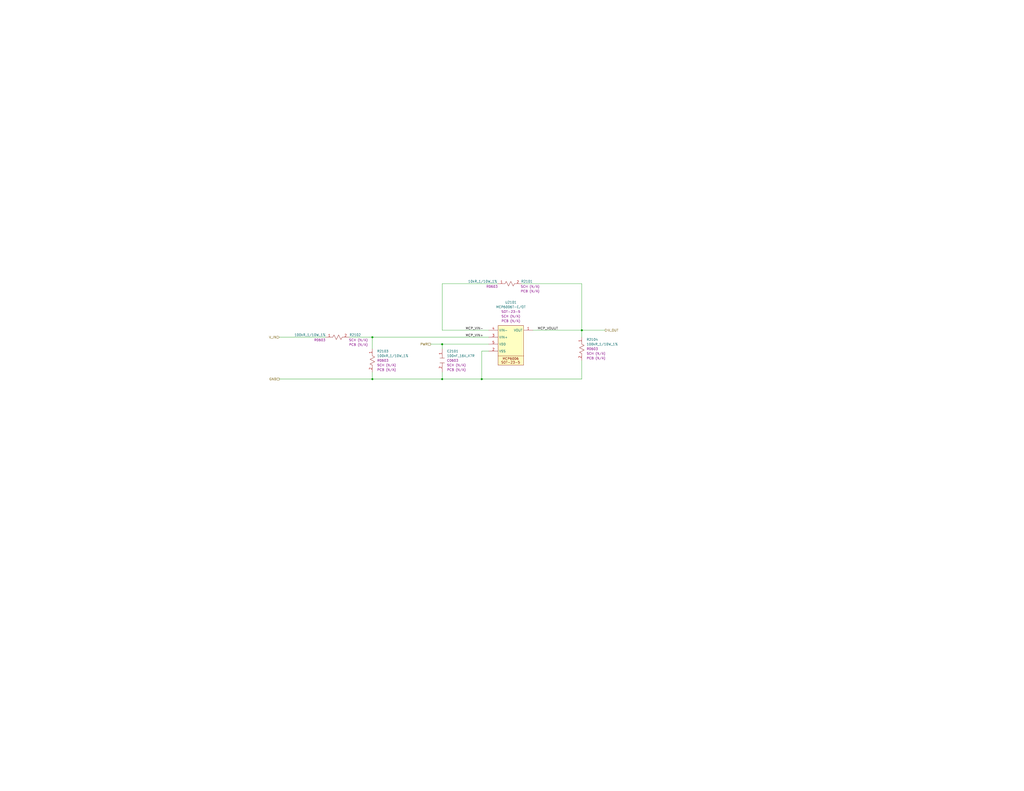
<source format=kicad_sch>
(kicad_sch (version 20231120) (generator "eeschema") (generator_version "8.0")
  (paper "C")
  (title_block (comment 2 "DRAFT"))
  (lib_symbols
    (symbol "_SCHLIB_Qcopter:CAP_CER_100nF_16V_X7R_C0603"
      (property "Reference" "C" (at 3.302 4.318 0))
      (property "Value" "100nF_16V_X7R" (at 3.302 6.858 0))
      (property "Package" "C0603" (at 3.556 36.576 0))
      (property "SCH CHECK" "SCH (N/A)" (at 3.556 31.242 0))
      (property "PCB CHECK" "PCB (N/A)" (at 3.556 33.782 0))
      (symbol "CAP_CER_100nF_16V_X7R_C0603_0_0"
        (polyline (pts (xy 5.08 1.27) (xy 5.08 -1.27)))
        (polyline (pts (xy 7.62 1.27) (xy 7.62 -1.27)))
      )
      (symbol "CAP_CER_100nF_16V_X7R_C0603_1_1"
        (pin passive line (at 0 0 0) (length 5.08) (name "") (number "1"))
        (pin passive line (at 12.7 0 180) (length 5.08) (name "") (number "2"))
      )
    )
    (symbol "_SCHLIB_Qcopter:IC_OPAMP_MCP6006T-E/OT_GP_1C_SOT-23-5"
      (property "Reference" "U" (at 3.556 4.064 0))
      (property "Value" "MCP6006T-E/OT" (at 3.81 6.604 0))
      (property "Package" "SOT-23-5" (at 3.81 35.306 0))
      (property "SCH CHECK" "SCH (N/A)" (at 3.81 29.972 0))
      (property "PCB CHECK" "PCB (N/A)" (at 3.81 32.512 0))
      (symbol "IC_OPAMP_MCP6006T-E/OT_GP_1C_SOT-23-5_1_1"
        (polyline (pts (xy 0 -16.51) (xy 13.97 -16.51)))
        (rectangle (start 0 0) (end 13.97 -21.59) (fill (type background)))
        (text "MCP6006" (at 6.858 -18.034 0) (effects (font (size 1.27 1.27))))
        (text "SOT-23-5" (at 6.858 -20.066 0) (effects (font (size 1.27 1.27))))
        (pin passive line (at 19.05 -2.54 180) (length 5.08) (name "VOUT") (number "1"))
        (pin passive line (at -5.08 -13.97 0) (length 5.08) (name "VSS") (number "2"))
        (pin passive line (at -5.08 -6.35 0) (length 5.08) (name "VIN+") (number "3"))
        (pin passive line (at -5.08 -2.54 0) (length 5.08) (name "VIN-") (number "4"))
        (pin passive line (at -5.08 -10.16 0) (length 5.08) (name "VDD") (number "5"))
      )
    )
    (symbol "_SCHLIB_Qcopter:RES_100kR_1/10W_1%_R0603"
      (property "Reference" "R" (at 3.556 4.064 0))
      (property "Value" "100kR_1/10W_1%" (at 3.81 6.604 0))
      (property "Package" "R0603" (at 3.81 35.306 0))
      (property "SCH CHECK" "SCH (N/A)" (at 3.81 29.972 0))
      (property "PCB CHECK" "PCB (N/A)" (at 3.81 32.512 0))
      (symbol "RES_100kR_1/10W_1%_R0603_0_0"
        (polyline (pts (xy 3.81 0) (xy 4.445 1.27) (xy 5.715 -1.27) (xy 6.985 1.27) (xy 8.255 -1.27) (xy 8.89 0)))
      )
      (symbol "RES_100kR_1/10W_1%_R0603_1_1"
        (pin passive line (at 0 0 0) (length 3.81) (name "") (number "1"))
        (pin passive line (at 12.7 0 180) (length 3.81) (name "") (number "2"))
      )
    )
    (symbol "_SCHLIB_Qcopter:RES_10kR_1/10W_1%_R0603"
      (property "Reference" "R" (at 3.302 4.572 0))
      (property "Value" "10kR_1/10W_1%" (at 3.302 6.858 0))
      (property "Package" "R0603" (at 3.302 31.242 0))
      (property "SCH CHECK" "SCH (N/A)" (at 3.302 26.67 0))
      (property "PCB CHECK" "PCB (N/A)" (at 3.302 28.956 0))
      (symbol "RES_10kR_1/10W_1%_R0603_0_0"
        (polyline (pts (xy 3.81 0) (xy 4.445 1.27) (xy 5.715 -1.27) (xy 6.985 1.27) (xy 8.255 -1.27) (xy 8.89 0)))
      )
      (symbol "RES_10kR_1/10W_1%_R0603_1_1"
        (pin passive line (at 0 0 0) (length 3.81) (name "") (number "1"))
        (pin passive line (at 12.7 0 180) (length 3.81) (name "") (number "2"))
      )
    )
  )
  (junction (at 203.2 184.15))
  (junction (at 262.89 207.01))
  (junction (at 203.2 207.01))
  (junction (at 241.3 207.01))
  (junction (at 317.5 180.34))
  (junction (at 241.3 187.96))
  (wire (pts (xy 284.48 154.94) (xy 317.5 154.94)))
  (wire (pts (xy 317.5 196.85) (xy 317.5 207.01)))
  (wire (pts (xy 241.3 187.96) (xy 266.7 187.96)))
  (wire (pts (xy 262.89 191.77) (xy 266.7 191.77)))
  (wire (pts (xy 317.5 180.34) (xy 317.5 184.15)))
  (wire (pts (xy 203.2 207.01) (xy 241.3 207.01)))
  (wire (pts (xy 203.2 184.15) (xy 266.7 184.15)))
  (wire (pts (xy 241.3 203.2) (xy 241.3 207.01)))
  (wire (pts (xy 152.4 207.01) (xy 203.2 207.01)))
  (wire (pts (xy 203.2 203.2) (xy 203.2 207.01)))
  (wire (pts (xy 241.3 207.01) (xy 262.89 207.01)))
  (wire (pts (xy 241.3 154.94) (xy 271.78 154.94)))
  (wire (pts (xy 317.5 180.34) (xy 330.2 180.34)))
  (wire (pts (xy 241.3 187.96) (xy 241.3 190.5)))
  (wire (pts (xy 262.89 207.01) (xy 262.89 191.77)))
  (wire (pts (xy 266.7 180.34) (xy 241.3 180.34)))
  (wire (pts (xy 234.95 187.96) (xy 241.3 187.96)))
  (wire (pts (xy 203.2 184.15) (xy 203.2 190.5)))
  (wire (pts (xy 317.5 154.94) (xy 317.5 180.34)))
  (wire (pts (xy 241.3 180.34) (xy 241.3 154.94)))
  (wire (pts (xy 190.5 184.15) (xy 203.2 184.15)))
  (wire (pts (xy 317.5 207.01) (xy 262.89 207.01)))
  (wire (pts (xy 152.4 184.15) (xy 177.8 184.15)))
  (wire (pts (xy 317.5 180.34) (xy 290.83 180.34)))
  (label "MCP_VIN-" (at 254 180.34 0))
  (label "MCP_VIN+" (at 254 184.15 0))
  (label "MCP_VOUUT" (at 293.37 180.34 0))
  (hierarchical_label "GND" (shape passive) (at 152.4 207.01 180))
  (hierarchical_label "V_IN" (shape input) (at 152.4 184.15 180))
  (hierarchical_label "V_OUT" (shape output) (at 330.2 180.34 0))
  (hierarchical_label "PWR" (shape passive) (at 234.95 187.96 180))
  (symbol (lib_id "_SCHLIB_Qcopter:RES_10kR_1/10W_1%_R0603") (at 271.78 154.94 0) (unit 1)
    (property "Reference" "R2101" (at 287.528 153.67 0))
    (property "Value" "10kR_1/10W_1%" (at 263.398 153.67 0))
    (property "Footprint" "Resistor_SMD:R_0603_1608Metric" (effects (hide yes)))
    (property "Datasheet" "https://www.seielect.com/catalog/sei-rmcf_rmcp.pdf" (effects (hide yes)))
    (property "Description" "10 kOhms ±1% 0.1W, 1/10W Chip Resistor 0603 (1608 Metric) Automotive AEC-Q200 Thick Film" (effects (hide yes)))
    (property "Package" "R0603" (at 268.478 156.464 0))
    (property "Part Number (Manufacturer)" "RMCF0603FT10K0" (effects (hide yes)))
    (property "Manufacturer" "Stackpole Electronics Inc" (effects (hide yes)))
    (property "Part Number (Vendor)" "RMCF0603FT10K0TR-ND" (effects (hide yes)))
    (property "Vendor" "Digikey" (effects (hide yes)))
    (property "Purchase Link" "https://www.digikey.ca/en/products/detail/stackpole-electronics-inc/RMCF0603FT10K0/1761235" (effects (hide yes)))
    (property "SCH CHECK" "SCH (N/A)" (at 289.306 156.464 0))
    (property "PCB CHECK" "PCB (N/A)" (at 289.306 159.004 0))
  )
  (symbol (lib_id "_SCHLIB_Qcopter:RES_100kR_1/10W_1%_R0603") (at 317.5 184.15 270) (unit 1)
    (property "Reference" "R2104" (at 320.04 185.4199 90) (effects (justify left)))
    (property "Value" "100kR_1/10W_1%" (at 320.04 187.9599 90) (effects (justify left)))
    (property "Footprint" "Resistor_SMD:R_0603_1608Metric" (effects (hide yes)))
    (property "Datasheet" "https://industrial.panasonic.com/cdbs/www-data/pdf/RDA0000/AOA0000C304.pdf" (effects (hide yes)))
    (property "Description" "100 kOhms ±1% 0.1W, 1/10W Chip Resistor 0603 (1608 Metric) Automotive AEC-Q200 Thick Film" (effects (hide yes)))
    (property "Package" "R0603" (at 320.04 190.4999 90) (effects (justify left)))
    (property "Part Number (Manufacturer)" "ERJ-3EKF1003V" (effects (hide yes)))
    (property "Manufacturer" "Panasonic Electronic Components" (effects (hide yes)))
    (property "Part Number (Vendor)" "P100KHTR-ND" (effects (hide yes)))
    (property "Vendor" "Digikey" (effects (hide yes)))
    (property "Purchase Link" "https://www.digikey.ca/en/products/detail/panasonic-electronic-components/ERJ-3EKF1003V/196075" (effects (hide yes)))
    (property "SCH CHECK" "SCH (N/A)" (at 320.04 193.0399 90) (effects (justify left)))
    (property "PCB CHECK" "PCB (N/A)" (at 320.04 195.5799 90) (effects (justify left)))
  )
  (symbol (lib_id "_SCHLIB_Qcopter:RES_100kR_1/10W_1%_R0603") (at 203.2 190.5 270) (unit 1)
    (property "Reference" "R2103" (at 205.74 191.7699 90) (effects (justify left)))
    (property "Value" "100kR_1/10W_1%" (at 205.74 194.3099 90) (effects (justify left)))
    (property "Footprint" "Resistor_SMD:R_0603_1608Metric" (effects (hide yes)))
    (property "Datasheet" "https://industrial.panasonic.com/cdbs/www-data/pdf/RDA0000/AOA0000C304.pdf" (effects (hide yes)))
    (property "Description" "100 kOhms ±1% 0.1W, 1/10W Chip Resistor 0603 (1608 Metric) Automotive AEC-Q200 Thick Film" (effects (hide yes)))
    (property "Package" "R0603" (at 205.74 196.8499 90) (effects (justify left)))
    (property "Part Number (Manufacturer)" "ERJ-3EKF1003V" (effects (hide yes)))
    (property "Manufacturer" "Panasonic Electronic Components" (effects (hide yes)))
    (property "Part Number (Vendor)" "P100KHTR-ND" (effects (hide yes)))
    (property "Vendor" "Digikey" (effects (hide yes)))
    (property "Purchase Link" "https://www.digikey.ca/en/products/detail/panasonic-electronic-components/ERJ-3EKF1003V/196075" (effects (hide yes)))
    (property "SCH CHECK" "SCH (N/A)" (at 205.74 199.3899 90) (effects (justify left)))
    (property "PCB CHECK" "PCB (N/A)" (at 205.74 201.9299 90) (effects (justify left)))
  )
  (symbol (lib_id "_SCHLIB_Qcopter:CAP_CER_100nF_16V_X7R_C0603") (at 241.3 190.5 270) (unit 1)
    (property "Reference" "C2101" (at 243.84 191.7699 90) (effects (justify left)))
    (property "Value" "100nF_16V_X7R" (at 243.84 194.3099 90) (effects (justify left)))
    (property "Footprint" "Capacitor_SMD:C_0603_1608Metric" (effects (hide yes)))
    (property "Datasheet" "https://mm.digikey.com/Volume0/opasdata/d220001/medias/docus/609/CL10B104KO8NNNC_Spec.pdf" (effects (hide yes)))
    (property "Description" "0.1 µF ±10% 16V Ceramic Capacitor X7R 0603 (1608 Metric)" (effects (hide yes)))
    (property "Package" "C0603" (at 243.84 196.8499 90) (effects (justify left)))
    (property "Part Number (Manufacturer)" "CL10B104KO8NNNC" (effects (hide yes)))
    (property "Manufacturer" "Samsung Electro-Mechanics" (effects (hide yes)))
    (property "Part Number (Vendor)" "1276-1005-2-ND" (effects (hide yes)))
    (property "Vendor" "Digikey" (effects (hide yes)))
    (property "Purchase Link" "https://www.digikey.ca/en/products/detail/samsung-electro-mechanics/CL10B104KO8NNNC/3886663" (effects (hide yes)))
    (property "SCH CHECK" "SCH (N/A)" (at 243.84 199.3899 90) (effects (justify left)))
    (property "PCB CHECK" "PCB (N/A)" (at 243.84 201.9299 90) (effects (justify left)))
  )
  (symbol (lib_id "_SCHLIB_Qcopter:RES_100kR_1/10W_1%_R0603") (at 177.8 184.15 0) (unit 1)
    (property "Reference" "R2102" (at 193.802 182.88 0))
    (property "Value" "100kR_1/10W_1%" (at 169.164 182.88 0))
    (property "Footprint" "Resistor_SMD:R_0603_1608Metric" (effects (hide yes)))
    (property "Datasheet" "https://industrial.panasonic.com/cdbs/www-data/pdf/RDA0000/AOA0000C304.pdf" (effects (hide yes)))
    (property "Description" "100 kOhms ±1% 0.1W, 1/10W Chip Resistor 0603 (1608 Metric) Automotive AEC-Q200 Thick Film" (effects (hide yes)))
    (property "Package" "R0603" (at 174.498 185.674 0))
    (property "Part Number (Manufacturer)" "ERJ-3EKF1003V" (effects (hide yes)))
    (property "Manufacturer" "Panasonic Electronic Components" (effects (hide yes)))
    (property "Part Number (Vendor)" "P100KHTR-ND" (effects (hide yes)))
    (property "Vendor" "Digikey" (effects (hide yes)))
    (property "Purchase Link" "https://www.digikey.ca/en/products/detail/panasonic-electronic-components/ERJ-3EKF1003V/196075" (effects (hide yes)))
    (property "SCH CHECK" "SCH (N/A)" (at 195.58 185.674 0))
    (property "PCB CHECK" "PCB (N/A)" (at 195.58 188.214 0))
  )
  (symbol (lib_id "_SCHLIB_Qcopter:IC_OPAMP_MCP6006T-E/OT_GP_1C_SOT-23-5") (at 271.78 177.8 0) (unit 1)
    (property "Reference" "U2101" (at 278.765 165.1 0))
    (property "Value" "MCP6006T-E/OT" (at 278.765 167.64 0))
    (property "Footprint" "Package_TO_SOT_SMD:SOT-23-5" (effects (hide yes)))
    (property "Datasheet" "https://ww1.microchip.com/downloads/aemDocuments/documents/APID/ProductDocuments/DataSheets/MCP6006-6R-6U-7-9-Data-Sheet-20006411B.pdf" (effects (hide yes)))
    (property "Description" "General Purpose Amplifier 1 Circuit Rail-to-Rail SOT-23-5" (effects (hide yes)))
    (property "Package" "SOT-23-5" (at 278.765 170.18 0))
    (property "Part Number (Manufacturer)" "MCP6006T-E/OT" (effects (hide yes)))
    (property "Manufacturer" "Microchip Technology" (effects (hide yes)))
    (property "Part Number (Vendor)" "150-MCP6006T-E/OTTR-ND" (effects (hide yes)))
    (property "Vendor" "Digikey" (effects (hide yes)))
    (property "Purchase Link" "https://www.digikey.ca/en/products/detail/microchip-technology/MCP6006T-E-OT/13985876" (effects (hide yes)))
    (property "SCH CHECK" "SCH (N/A)" (at 278.765 172.72 0))
    (property "PCB CHECK" "PCB (N/A)" (at 278.765 175.26 0))
  )
)
</source>
